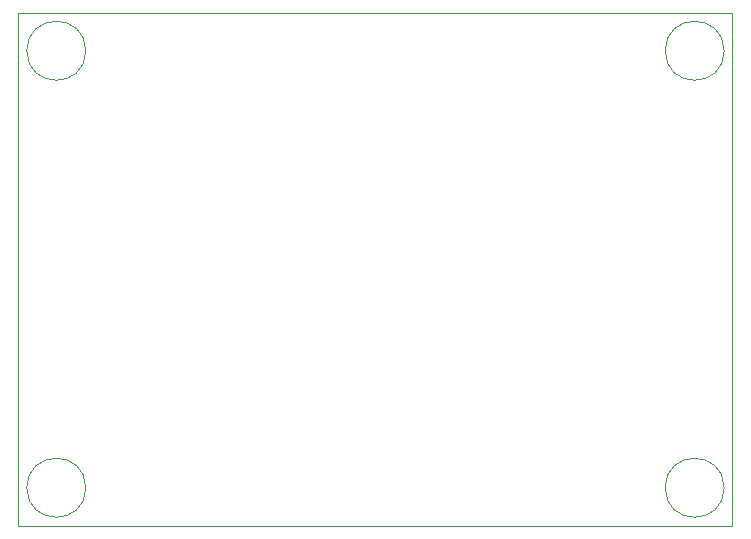
<source format=gbr>
%TF.GenerationSoftware,KiCad,Pcbnew,7.0.6*%
%TF.CreationDate,2023-08-06T23:15:07-05:00*%
%TF.ProjectId,MLX90393_board2,4d4c5839-3033-4393-935f-626f61726432,rev?*%
%TF.SameCoordinates,Original*%
%TF.FileFunction,Profile,NP*%
%FSLAX46Y46*%
G04 Gerber Fmt 4.6, Leading zero omitted, Abs format (unit mm)*
G04 Created by KiCad (PCBNEW 7.0.6) date 2023-08-06 23:15:07*
%MOMM*%
%LPD*%
G01*
G04 APERTURE LIST*
%TA.AperFunction,Profile*%
%ADD10C,0.100000*%
%TD*%
G04 APERTURE END LIST*
D10*
X123750000Y-90800000D02*
X184200000Y-90800000D01*
X184200000Y-134200000D01*
X123750000Y-134200000D01*
X123750000Y-90800000D01*
X129450000Y-94000000D02*
G75*
G03*
X129450000Y-94000000I-2500000J0D01*
G01*
X183500000Y-131000000D02*
G75*
G03*
X183500000Y-131000000I-2500000J0D01*
G01*
X129450000Y-131000000D02*
G75*
G03*
X129450000Y-131000000I-2500000J0D01*
G01*
X183500000Y-94000000D02*
G75*
G03*
X183500000Y-94000000I-2500000J0D01*
G01*
M02*

</source>
